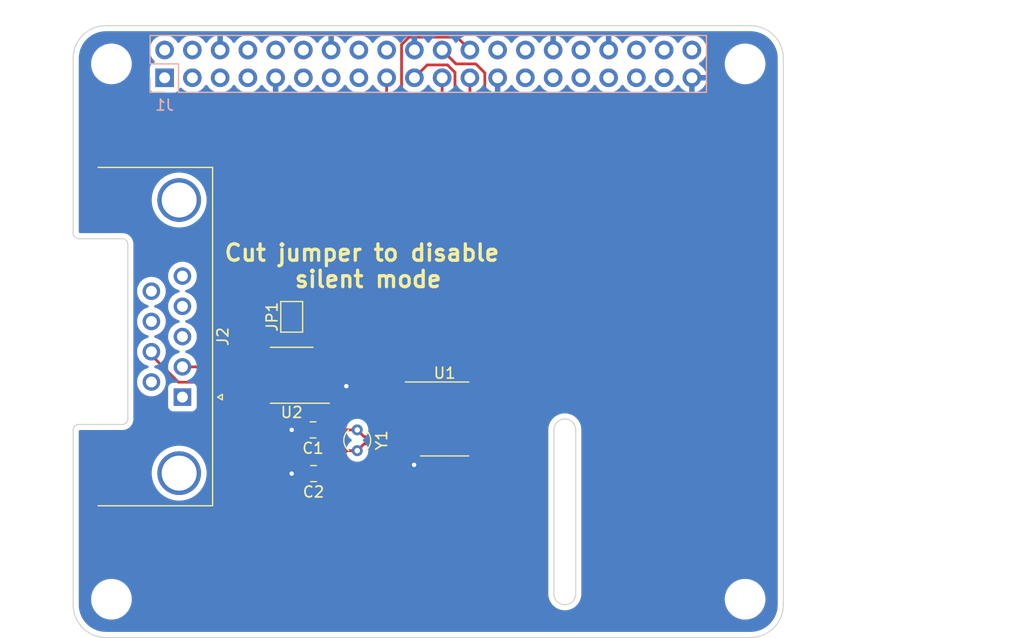
<source format=kicad_pcb>
(kicad_pcb (version 20211014) (generator pcbnew)
  (title_block (date "15 nov 2012"))
  (layers (0 "F.Cu" signal) (31 "B.Cu" signal) (34 "B.Paste" user) (35 "F.Paste" user) (36 "B.SilkS" user "B.Silkscreen") (37 "F.SilkS" user "F.Silkscreen") (38 "B.Mask" user) (39 "F.Mask" user) (44 "Edge.Cuts" user))
  (net 0 "")
  (net 1 "GND")
  (net 2 "/GPIO[2]{slash}SDA1")
  (net 3 "/GPIO[3]{slash}SCL1")
  (net 4 "/GPIO[4]{slash}GPCLK0")
  (net 5 "/GPIO[14]{slash}TXD0")
  (net 6 "/GPIO[15]{slash}RXD0")
  (net 7 "/GPIO[17]")
  (net 8 "/GPIO[18]{slash}PCM.CLK")
  (net 9 "/GPIO[27]")
  (net 10 "/GPIO[22]")
  (net 11 "/GPIO[23]")
  (net 12 "/GPIO[24]")
  (net 13 "/GPIO[10]{slash}SPI0.MOSI")
  (net 14 "/GPIO[9]{slash}SPI0.MISO")
  (net 15 "/GPIO[25]")
  (net 16 "/GPIO[11]{slash}SPI0.SCLK")
  (net 17 "/GPIO[8]{slash}SPI0.CE0")
  (net 18 "/GPIO[7]{slash}SPI0.CE1")
  (net 19 "/ID_SDA")
  (net 20 "/ID_SCL")
  (net 21 "/GPIO[5]")
  (net 22 "/GPIO[6]")
  (net 23 "/GPIO[12]{slash}PWM0")
  (net 24 "/GPIO[13]{slash}PWM1")
  (net 25 "/GPIO[19]{slash}PCM.FS")
  (net 26 "/GPIO[16]")
  (net 27 "/GPIO[26]")
  (net 28 "/GPIO[20]{slash}PCM.DIN")
  (net 29 "/GPIO[21]{slash}PCM.DOUT")
  (net 30 "+5V")
  (net 31 "+3V3")
  (net 32 "/TXCAN")
  (net 33 "/RXCAN")
  (net 36 "Net-(C1-Pad1)")
  (net 37 "Net-(C2-Pad1)")
  (net 40 "/CANL")
  (net 41 "/CANH")
  (net 42 "Net-(JP1-Pad1)")
  (footprint "Package_SO:TSSOP-20_4.4x6.5mm_P0.65mm" (layer "F.Cu") (at 134 80)
    (fp_text reference "U1" (at 0 -4.2) (layer "F.SilkS"))
    (fp_text value "MCP2515-xST")
    (fp_line (start 0 3.385) (end 2.2 3.385) (layer "F.SilkS") (width 0.12))
    (fp_line (start 0 -3.385) (end 2.2 -3.385) (layer "F.SilkS") (width 0.12))
    (fp_line (start 0 3.385) (end -2.2 3.385) (layer "F.SilkS") (width 0.12))
    (fp_line (start 0 -3.385) (end -3.6 -3.385) (layer "F.SilkS") (width 0.12))
    (pad "1" smd roundrect (at -2.8625 -2.925) (size 1.475 0.4) (layers "F.Cu" "F.Paste" "F.Mask") (net 32 "/TXCAN"))
    (pad "2" smd roundrect (at -2.8625 -2.275) (size 1.475 0.4) (layers "F.Cu" "F.Paste" "F.Mask") (net 33 "/RXCAN"))
    (pad "3" smd roundrect (at -2.8625 -1.625) (size 1.475 0.4) (layers "F.Cu" "F.Paste" "F.Mask"))
    (pad "4" smd roundrect (at -2.8625 -0.975) (size 1.475 0.4) (layers "F.Cu" "F.Paste" "F.Mask") (net 31 "+3V3"))
    (pad "5" smd roundrect (at -2.8625 -0.325) (size 1.475 0.4) (layers "F.Cu" "F.Paste" "F.Mask") (net 31 "+3V3"))
    (pad "6" smd roundrect (at -2.8625 0.325) (size 1.475 0.4) (layers "F.Cu" "F.Paste" "F.Mask"))
    (pad "7" smd roundrect (at -2.8625 0.975) (size 1.475 0.4) (layers "F.Cu" "F.Paste" "F.Mask") (net 31 "+3V3"))
    (pad "8" smd roundrect (at -2.8625 1.625) (size 1.475 0.4) (layers "F.Cu" "F.Paste" "F.Mask") (net 36 "Net-(C1-Pad1)"))
    (pad "9" smd roundrect (at -2.8625 2.275) (size 1.475 0.4) (layers "F.Cu" "F.Paste" "F.Mask") (net 37 "Net-(C2-Pad1)"))
    (pad "10" smd roundrect (at -2.8625 2.925) (size 1.475 0.4) (layers "F.Cu" "F.Paste" "F.Mask") (net 1 "GND"))
    (pad "11" smd roundrect (at 2.8625 2.925) (size 1.475 0.4) (layers "F.Cu" "F.Paste" "F.Mask") (net 31 "+3V3"))
    (pad "12" smd roundrect (at 2.8625 2.275) (size 1.475 0.4) (layers "F.Cu" "F.Paste" "F.Mask") (net 31 "+3V3"))
    (pad "13" smd roundrect (at 2.8625 1.625) (size 1.475 0.4) (layers "F.Cu" "F.Paste" "F.Mask") (net 15 "/GPIO[25]"))
    (pad "14" smd roundrect (at 2.8625 0.975) (size 1.475 0.4) (layers "F.Cu" "F.Paste" "F.Mask") (net 16 "/GPIO[11]{slash}SPI0.SCLK"))
    (pad "15" smd roundrect (at 2.8625 0.325) (size 1.475 0.4) (layers "F.Cu" "F.Paste" "F.Mask"))
    (pad "16" smd roundrect (at 2.8625 -0.325) (size 1.475 0.4) (layers "F.Cu" "F.Paste" "F.Mask") (net 13 "/GPIO[10]{slash}SPI0.MOSI"))
    (pad "17" smd roundrect (at 2.8625 -0.975) (size 1.475 0.4) (layers "F.Cu" "F.Paste" "F.Mask") (net 14 "/GPIO[9]{slash}SPI0.MISO"))
    (pad "18" smd roundrect (at 2.8625 -1.625) (size 1.475 0.4) (layers "F.Cu" "F.Paste" "F.Mask") (net 17 "/GPIO[8]{slash}SPI0.CE0"))
    (pad "19" smd roundrect (at 2.8625 -2.275) (size 1.475 0.4) (layers "F.Cu" "F.Paste" "F.Mask") (net 31 "+3V3"))
    (pad "20" smd roundrect (at 2.8625 -2.925) (size 1.475 0.4) (layers "F.Cu" "F.Paste" "F.Mask") (net 31 "+3V3"))
  )
  (footprint "MountingHole:MountingHole_2.7mm_M2.5" (layer "F.Cu") (at 161.5 47.5)
    (fp_text reference "MH2" hide)
    (fp_text value "MountingHole_2.7mm_M2.5" hide)
    (pad "" np_thru_hole circle locked (at 0 0) (size 2.7 2.7) (drill 2.7) (layers *.Cu *.Mask))
  )
  (footprint "Connector_Dsub:DSUB-9_Female_Horizontal_P2.77x2.84mm_EdgePinOffset4.94mm_Housed_MountingHolesOffset7.48mm" (layer "F.Cu") (at 110 78 -90)
    (fp_text reference "J2" (at -5.54 -3.7 90) (layer "F.SilkS"))
    (fp_text value "DB9_Female")
    (fp_line (start 0.25 -3.654338) (end 0 -3.221325) (layer "F.SilkS") (width 0.12))
    (fp_line (start 9.945 -2.76) (end 9.945 7.72) (layer "F.SilkS") (width 0.12))
    (fp_line (start -0.25 -3.654338) (end 0.25 -3.654338) (layer "F.SilkS") (width 0.12))
    (fp_line (start 0 -3.221325) (end -0.25 -3.654338) (layer "F.SilkS") (width 0.12))
    (fp_line (start -21.025 7.72) (end -21.025 -2.76) (layer "F.SilkS") (width 0.12))
    (fp_line (start -21.025 -2.76) (end 9.945 -2.76) (layer "F.SilkS") (width 0.12))
    (pad "0" thru_hole circle (at 6.96 0.3 270) (size 4 4) (drill 3.2) (layers *.Cu *.Mask))
    (pad "0" thru_hole circle (at -18.04 0.3 270) (size 4 4) (drill 3.2) (layers *.Cu *.Mask))
    (pad "1" thru_hole rect (at 0 0 270) (size 1.6 1.6) (drill 1) (layers *.Cu *.Mask))
    (pad "2" thru_hole circle (at -2.77 0 270) (size 1.6 1.6) (drill 1) (layers *.Cu *.Mask) (net 40 "/CANL"))
    (pad "3" thru_hole circle (at -5.54 0 270) (size 1.6 1.6) (drill 1) (layers *.Cu *.Mask))
    (pad "4" thru_hole circle (at -8.31 0 270) (size 1.6 1.6) (drill 1) (layers *.Cu *.Mask))
    (pad "5" thru_hole circle (at -11.08 0 270) (size 1.6 1.6) (drill 1) (layers *.Cu *.Mask))
    (pad "6" thru_hole circle (at -1.385 2.84 270) (size 1.6 1.6) (drill 1) (layers *.Cu *.Mask))
    (pad "7" thru_hole circle (at -4.155 2.84 270) (size 1.6 1.6) (drill 1) (layers *.Cu *.Mask) (net 41 "/CANH"))
    (pad "8" thru_hole circle (at -6.925 2.84 270) (size 1.6 1.6) (drill 1) (layers *.Cu *.Mask))
    (pad "9" thru_hole circle (at -9.695 2.84 270) (size 1.6 1.6) (drill 1) (layers *.Cu *.Mask))
  )
  (footprint "Capacitor_SMD:C_0805_2012Metric" (layer "F.Cu") (at 121.95 81 180)
    (fp_text reference "C1" (at 0 -1.68) (layer "F.SilkS"))
    (fp_text value "22p")
    (fp_line (start -0.261252 0.735) (end 0.261252 0.735) (layer "F.SilkS") (width 0.12))
    (fp_line (start -0.261252 -0.735) (end 0.261252 -0.735) (layer "F.SilkS") (width 0.12))
    (pad "1" smd roundrect (at -0.95 0 180) (size 1 1.45) (layers "F.Cu" "F.Paste" "F.Mask") (net 36 "Net-(C1-Pad1)"))
    (pad "2" smd roundrect (at 0.95 0 180) (size 1 1.45) (layers "F.Cu" "F.Paste" "F.Mask") (net 1 "GND"))
  )
  (footprint "Jumper:SolderJumper-2_P1.3mm_Bridged2Bar_Pad1.0x1.5mm" (layer "F.Cu") (at 120 70.65 90)
    (fp_text reference "JP1" (at 0 -1.8 90) (layer "F.SilkS"))
    (fp_text value "Silent")
    (fp_poly (pts (xy -0.25 -0.6) (xy 0.25 -0.6) (xy 0.25 -0.2) (xy -0.25 -0.2)) (layer "F.Cu") (width 0) (fill solid))
    (fp_poly (pts (xy -0.25 0.2) (xy 0.25 0.2) (xy 0.25 0.6) (xy -0.25 0.6)) (layer "F.Cu") (width 0) (fill solid))
    (fp_line (start 1.4 -1) (end 1.4 1) (layer "F.SilkS") (width 0.12))
    (fp_line (start -1.4 1) (end -1.4 -1) (layer "F.SilkS") (width 0.12))
    (fp_line (start 1.4 1) (end -1.4 1) (layer "F.SilkS") (width 0.12))
    (fp_line (start -1.4 -1) (end 1.4 -1) (layer "F.SilkS") (width 0.12))
    (pad "1" smd rect (at -0.65 0 90) (size 1 1.5) (layers "F.Cu" "F.Mask") (net 42 "Net-(JP1-Pad1)"))
    (pad "2" smd rect (at 0.65 0 90) (size 1 1.5) (layers "F.Cu" "F.Mask") (net 31 "+3V3"))
  )
  (footprint "MountingHole:MountingHole_2.7mm_M2.5" (layer "F.Cu") (at 103.5 96.5)
    (fp_text reference "MH3" hide)
    (fp_text value "MountingHole_2.7mm_M2.5" hide)
    (pad "" np_thru_hole circle locked (at 0 0) (size 2.7 2.7) (drill 2.7) (layers *.Cu *.Mask))
  )
  (footprint "MountingHole:MountingHole_2.7mm_M2.5" (layer "F.Cu") (at 103.5 47.5)
    (fp_text reference "MH1" hide)
    (fp_text value "MountingHole_2.7mm_M2.5" hide)
    (pad "" np_thru_hole circle locked (at 0 0) (size 2.7 2.7) (drill 2.7) (layers *.Cu *.Mask))
  )
  (footprint "Crystal:Crystal_C26-LF_D2.1mm_L6.5mm_Vertical" (layer "F.Cu") (at 126 81 -90)
    (fp_text reference "Y1" (at 0.95 -2.23 90) (layer "F.SilkS"))
    (fp_text value "8MHz")
    (fp_arc (start 0 -0.781281) (mid 0.949655 -1.23) (end 1.899561 -0.781814) (layer "F.SilkS") (width 0.12))
    (fp_arc (start 1.899561 0.781814) (mid 0.949655 1.23) (end 0 0.781281) (layer "F.SilkS") (width 0.12))
    (pad "1" thru_hole circle (at 0 0 270) (size 1 1) (drill 0.5) (layers *.Cu *.Mask) (net 36 "Net-(C1-Pad1)"))
    (pad "2" thru_hole circle (at 1.9 0 270) (size 1 1) (drill 0.5) (layers *.Cu *.Mask) (net 37 "Net-(C2-Pad1)"))
  )
  (footprint "MountingHole:MountingHole_2.7mm_M2.5" (layer "F.Cu") (at 161.5 96.5)
    (fp_text reference "MH4" hide)
    (fp_text value "MountingHole_2.7mm_M2.5" hide)
    (pad "" np_thru_hole circle locked (at 0 0) (size 2.7 2.7) (drill 2.7) (layers *.Cu *.Mask))
  )
  (footprint "Capacitor_SMD:C_0805_2012Metric" (layer "F.Cu") (at 122 85 180)
    (fp_text reference "C2" (at 0 -1.68) (layer "F.SilkS"))
    (fp_text value "22p")
    (fp_line (start -0.261252 -0.735) (end 0.261252 -0.735) (layer "F.SilkS") (width 0.12))
    (fp_line (start -0.261252 0.735) (end 0.261252 0.735) (layer "F.SilkS") (width 0.12))
    (pad "1" smd roundrect (at -0.95 0 180) (size 1 1.45) (layers "F.Cu" "F.Paste" "F.Mask") (net 37 "Net-(C2-Pad1)"))
    (pad "2" smd roundrect (at 0.95 0 180) (size 1 1.45) (layers "F.Cu" "F.Paste" "F.Mask") (net 1 "GND"))
  )
  (footprint "Package_SO:SOIC-8_3.9x4.9mm_P1.27mm" (layer "F.Cu") (at 120 76 180)
    (fp_text reference "U2" (at 0 -3.4) (layer "F.SilkS"))
    (fp_text value "MCP2557FD-xSN")
    (fp_line (start 0 -2.56) (end 1.95 -2.56) (layer "F.SilkS") (width 0.12))
    (fp_line (start 0 -2.56) (end -3.45 -2.56) (layer "F.SilkS") (width 0.12))
    (fp_line (start 0 2.56) (end -1.95 2.56) (layer "F.SilkS") (width 0.12))
    (fp_line (start 0 2.56) (end 1.95 2.56) (layer "F.SilkS") (width 0.12))
    (pad "1" smd roundrect (at -2.475 -1.905 180) (size 1.95 0.6) (layers "F.Cu" "F.Paste" "F.Mask") (net 32 "/TXCAN"))
    (pad "2" smd roundrect (at -2.475 -0.635 180) (size 1.95 0.6) (layers "F.Cu" "F.Paste" "F.Mask") (net 1 "GND"))
    (pad "3" smd roundrect (at -2.475 0.635 180) (size 1.95 0.6) (layers "F.Cu" "F.Paste" "F.Mask") (net 31 "+3V3"))
    (pad "4" smd roundrect (at -2.475 1.905 180) (size 1.95 0.6) (layers "F.Cu" "F.Paste" "F.Mask") (net 33 "/RXCAN"))
    (pad "5" smd roundrect (at 2.475 1.905 180) (size 1.95 0.6) (layers "F.Cu" "F.Paste" "F.Mask"))
    (pad "6" smd roundrect (at 2.475 0.635 180) (size 1.95 0.6) (layers "F.Cu" "F.Paste" "F.Mask") (net 40 "/CANL"))
    (pad "7" smd roundrect (at 2.475 -0.635 180) (size 1.95 0.6) (layers "F.Cu" "F.Paste" "F.Mask") (net 41 "/CANH"))
    (pad "8" smd roundrect (at 2.475 -1.905 180) (size 1.95 0.6) (layers "F.Cu" "F.Paste" "F.Mask") (net 42 "Net-(JP1-Pad1)"))
  )
  (footprint "Connector_PinSocket_2.54mm:PinSocket_2x20_P2.54mm_Vertical" (layer "B.Cu") (at 108.37 48.77 -90)
    (fp_text reference "J1" (at 2.5 0) (layer "B.SilkS") (effects (justify mirror)))
    (fp_text value "GPIO")
    (fp_line (start 1.33 -1.27) (end 1.33 -49.59) (layer "B.SilkS") (width 0.12))
    (fp_line (start -1.27 -1.27) (end 1.33 -1.27) (layer "B.SilkS") (width 0.12))
    (fp_line (start -3.87 1.33) (end -3.87 -49.59) (layer "B.SilkS") (width 0.12))
    (fp_line (start -3.87 -49.59) (end 1.33 -49.59) (layer "B.SilkS") (width 0.12))
    (fp_line (start 0 1.33) (end 1.33 1.33) (layer "B.SilkS") (width 0.12))
    (fp_line (start -3.87 1.33) (end -1.27 1.33) (layer "B.SilkS") (width 0.12))
    (fp_line (start 1.33 1.33) (end 1.33 0) (layer "B.SilkS") (width 0.12))
    (fp_line (start -1.27 1.33) (end -1.27 -1.27) (layer "B.SilkS") (width 0.12))
    (pad "1" thru_hole rect locked (at 0 0 270) (size 1.7 1.7) (drill 1) (layers *.Cu *.Mask) (net 31 "+3V3"))
    (pad "2" thru_hole oval locked (at -2.54 0 270) (size 1.7 1.7) (drill 1) (layers *.Cu *.Mask) (net 30 "+5V"))
    (pad "3" thru_hole oval locked (at 0 -2.54 270) (size 1.7 1.7) (drill 1) (layers *.Cu *.Mask) (net 2 "/GPIO[2]{slash}SDA1"))
    (pad "4" thru_hole oval locked (at -2.54 -2.54 270) (size 1.7 1.7) (drill 1) (layers *.Cu *.Mask) (net 30 "+5V"))
    (pad "5" thru_hole oval locked (at 0 -5.08 270) (size 1.7 1.7) (drill 1) (layers *.Cu *.Mask) (net 3 "/GPIO[3]{slash}SCL1"))
    (pad "6" thru_hole oval locked (at -2.54 -5.08 270) (size 1.7 1.7) (drill 1) (layers *.Cu *.Mask) (net 1 "GND"))
    (pad "7" thru_hole oval locked (at 0 -7.62 270) (size 1.7 1.7) (drill 1) (layers *.Cu *.Mask) (net 4 "/GPIO[4]{slash}GPCLK0"))
    (pad "8" thru_hole oval locked (at -2.54 -7.62 270) (size 1.7 1.7) (drill 1) (layers *.Cu *.Mask) (net 5 "/GPIO[14]{slash}TXD0"))
    (pad "9" thru_hole oval locked (at 0 -10.16 270) (size 1.7 1.7) (drill 1) (layers *.Cu *.Mask) (net 1 "GND"))
    (pad "10" thru_hole oval locked (at -2.54 -10.16 270) (size 1.7 1.7) (drill 1) (layers *.Cu *.Mask) (net 6 "/GPIO[15]{slash}RXD0"))
    (pad "11" thru_hole oval locked (at 0 -12.7 270) (size 1.7 1.7) (drill 1) (layers *.Cu *.Mask) (net 7 "/GPIO[17]"))
    (pad "12" thru_hole oval locked (at -2.54 -12.7 270) (size 1.7 1.7) (drill 1) (layers *.Cu *.Mask) (net 8 "/GPIO[18]{slash}PCM.CLK"))
    (pad "13" thru_hole oval locked (at 0 -15.24 270) (size 1.7 1.7) (drill 1) (layers *.Cu *.Mask) (net 9 "/GPIO[27]"))
    (pad "14" thru_hole oval locked (at -2.54 -15.24 270) (size 1.7 1.7) (drill 1) (layers *.Cu *.Mask) (net 1 "GND"))
    (pad "15" thru_hole oval locked (at 0 -17.78 270) (size 1.7 1.7) (drill 1) (layers *.Cu *.Mask) (net 10 "/GPIO[22]"))
    (pad "16" thru_hole oval locked (at -2.54 -17.78 270) (size 1.7 1.7) (drill 1) (layers *.Cu *.Mask) (net 11 "/GPIO[23]"))
    (pad "17" thru_hole oval locked (at 0 -20.32 270) (size 1.7 1.7) (drill 1) (layers *.Cu *.Mask) (net 31 "+3V3"))
    (pad "18" thru_hole oval locked (at -2.54 -20.32 270) (size 1.7 1.7) (drill 1) (layers *.Cu *.Mask) (net 12 "/GPIO[24]"))
    (pad "19" thru_hole oval locked (at 0 -22.86 270) (size 1.7 1.7) (drill 1) (layers *.Cu *.Mask) (net 13 "/GPIO[10]{slash}SPI0.MOSI"))
    (pad "20" thru_hole oval locked (at -2.54 -22.86 270) (size 1.7 1.7) (drill 1) (layers *.Cu *.Mask) (net 1 "GND"))
    (pad "21" thru_hole oval locked (at 0 -25.4 270) (size 1.7 1.7) (drill 1) (layers *.Cu *.Mask) (net 14 "/GPIO[9]{slash}SPI0.MISO"))
    (pad "22" thru_hole oval locked (at -2.54 -25.4 270) (size 1.7 1.7) (drill 1) (layers *.Cu *.Mask) (net 15 "/GPIO[25]"))
    (pad "23" thru_hole oval locked (at 0 -27.94 270) (size 1.7 1.7) (drill 1) (layers *.Cu *.Mask) (net 16 "/GPIO[11]{slash}SPI0.SCLK"))
    (pad "24" thru_hole oval locked (at -2.54 -27.94 270) (size 1.7 1.7) (drill 1) (layers *.Cu *.Mask) (net 17 "/GPIO[8]{slash}SPI0.CE0"))
    (pad "25" thru_hole oval locked (at 0 -30.48 270) (size 1.7 1.7) (drill 1) (layers *.Cu *.Mask) (net 1 "GND"))
    (pad "26" thru_hole oval locked (at -2.54 -30.48 270) (size 1.7 1.7) (drill 1) (layers *.Cu *.Mask) (net 18 "/GPIO[7]{slash}SPI0.CE1"))
    (pad "27" thru_hole oval locked (at 0 -33.02 270) (size 1.7 1.7) (drill 1) (layers *.Cu *.Mask) (net 19 "/ID_SDA"))
    (pad "28" thru_hole oval locked (at -2.54 -33.02 270) (size 1.7 1.7) (drill 1) (layers *.Cu *.Mask) (net 20 "/ID_SCL"))
    (pad "29" thru_hole oval locked (at 0 -35.56 270) (size 1.7 1.7) (drill 1) (layers *.Cu *.Mask) (net 21 "/GPIO[5]"))
    (pad "30" thru_hole oval locked (at -2.54 -35.56 270) (size 1.7 1.7) (drill 1) (layers *.Cu *.Mask) (net 1 "GND"))
    (pad "31" thru_hole oval locked (at 0 -38.1 270) (size 1.7 1.7) (drill 1) (layers *.Cu *.Mask) (net 22 "/GPIO[6]"))
    (pad "32" thru_hole oval locked (at -2.54 -38.1 270) (size 1.7 1.7) (drill 1) (layers *.Cu *.Mask) (net 23 "/GPIO[12]{slash}PWM0"))
    (pad "33" thru_hole oval locked (at 0 -40.64 270) (size 1.7 1.7) (drill 1) (layers *.Cu *.Mask) (net 24 "/GPIO[13]{slash}PWM1"))
    (pad "34" thru_hole oval locked (at -2.54 -40.64 270) (size 1.7 1.7) (drill 1) (layers *.Cu *.Mask) (net 1 "GND"))
    (pad "35" thru_hole oval locked (at 0 -43.18 270) (size 1.7 1.7) (drill 1) (layers *.Cu *.Mask) (net 25 "/GPIO[19]{slash}PCM.FS"))
    (pad "36" thru_hole oval locked (at -2.54 -43.18 270) (size 1.7 1.7) (drill 1) (layers *.Cu *.Mask) (net 26 "/GPIO[16]"))
    (pad "37" thru_hole oval locked (at 0 -45.72 270) (size 1.7 1.7) (drill 1) (layers *.Cu *.Mask) (net 27 "/GPIO[26]"))
    (pad "38" thru_hole oval locked (at -2.54 -45.72 270) (size 1.7 1.7) (drill 1) (layers *.Cu *.Mask) (net 28 "/GPIO[20]{slash}PCM.DIN"))
    (pad "39" thru_hole oval locked (at 0 -48.26 270) (size 1.7 1.7) (drill 1) (layers *.Cu *.Mask) (net 1 "GND"))
    (pad "40" thru_hole oval locked (at -2.54 -48.26 270) (size 1.7 1.7) (drill 1) (layers *.Cu *.Mask) (net 29 "/GPIO[21]{slash}PCM.DOUT"))
  )
  (gr_arc (start 100.5 63.5) (mid 100.146447 63.353553) (end 100 63) (layer "Edge.Cuts") (width 0.1))
  (gr_arc (start 162 44) (mid 164.12132 44.87868) (end 165 47) (layer "Edge.Cuts") (width 0.1))
  (gr_line (start 165 97) (end 165 47) (layer "Edge.Cuts") (width 0.1))
  (gr_line (start 100 47) (end 100 63) (layer "Edge.Cuts") (width 0.1))
  (gr_line (start 146 81) (end 146 96) (layer "Edge.Cuts") (width 0.1))
  (gr_line (start 144 96) (end 144 81) (layer "Edge.Cuts") (width 0.1))
  (gr_arc (start 103 100) (mid 100.87868 99.12132) (end 100 97) (layer "Edge.Cuts") (width 0.1))
  (gr_line (start 103 100) (end 162 100) (layer "Edge.Cuts") (width 0.1))
  (gr_line (start 104.5 80.5) (end 100.5 80.5) (layer "Edge.Cuts") (width 0.1))
  (gr_arc (start 144 81) (mid 145 80) (end 146 81) (layer "Edge.Cuts") (width 0.1))
  (gr_arc (start 100 81) (mid 100.146138 80.646755) (end 100.499127 80.500001) (layer "Edge.Cuts") (width 0.1))
  (gr_arc (start 165 97) (mid 164.12132 99.12132) (end 162 100) (layer "Edge.Cuts") (width 0.1))
  (gr_line (start 105 64) (end 105 80) (layer "Edge.Cuts") (width 0.1))
  (gr_arc (start 100 47) (mid 100.87868 44.87868) (end 103 44) (layer "Edge.Cuts") (width 0.1))
  (gr_arc (start 146 96) (mid 145 97) (end 144 96) (layer "Edge.Cuts") (width 0.1))
  (gr_line (start 100 81) (end 100 97) (layer "Edge.Cuts") (width 0.1))
  (gr_line (start 100.5 63.5) (end 104.5 63.5) (layer "Edge.Cuts") (width 0.1))
  (gr_arc (start 105 80) (mid 104.853553 80.353553) (end 104.5 80.5) (layer "Edge.Cuts") (width 0.1))
  (gr_arc (start 104.5 63.5) (mid 104.853553 63.646447) (end 105 64) (layer "Edge.Cuts") (width 0.1))
  (gr_line (start 162 44) (end 103 44) (layer "Edge.Cuts") (width 0.1))
  (gr_text "Cut jumper to disable \nsilent mode" (at 127 66) (layer "F.SilkS") (effects (font (size 1.5 1.5) (thickness 0.3))))
  (segment (start 121.05 85) (end 120 85) (width 0.25) (layer "F.Cu") (net 1))
  (segment (start 122.475 76.635) (end 124.635 76.635) (width 0.25) (layer "F.Cu") (net 1))
  (segment (start 131.1375 84.1375) (end 131.2 84.2) (width 0.25) (layer "F.Cu") (net 1))
  (segment (start 124.635 76.635) (end 125 77) (width 0.25) (layer "F.Cu") (net 1))
  (segment (start 121 81) (end 120 81) (width 0.25) (layer "F.Cu") (net 1))
  (segment (start 131.1375 82.925) (end 131.1375 84.1375) (width 0.25) (layer "F.Cu") (net 1))
  (via (at 131.2 84.2) (size 0.8) (drill 0.4) (layers "F.Cu" "B.Cu") (net 1))
  (via (at 120 85) (size 0.8) (drill 0.4) (layers "F.Cu" "B.Cu") (net 1))
  (via (at 125 77) (size 0.8) (drill 0.4) (layers "F.Cu" "B.Cu") (net 1))
  (via (at 120 81) (size 0.8) (drill 0.4) (layers "F.Cu" "B.Cu") (net 1))
  (segment (start 132.405 47.595) (end 131.23 48.77) (width 0.25) (layer "F.Cu") (net 13))
  (segment (start 139.7 77.526041) (end 139.7 60.6) (width 0.25) (layer "F.Cu") (net 13))
  (segment (start 134.945 55.845) (end 134.945 48.283299) (width 0.25) (layer "F.Cu") (net 13))
  (segment (start 134.256701 47.595) (end 132.405 47.595) (width 0.25) (layer "F.Cu") (net 13))
  (segment (start 139.7 60.6) (end 134.945 55.845) (width 0.25) (layer "F.Cu") (net 13))
  (segment (start 134.945 48.283299) (end 134.256701 47.595) (width 0.25) (layer "F.Cu") (net 13))
  (segment (start 136.8625 79.675) (end 137.551041 79.675) (width 0.25) (layer "F.Cu") (net 13))
  (segment (start 137.551041 79.675) (end 139.7 77.526041) (width 0.25) (layer "F.Cu") (net 13))
  (segment (start 136.8625 79.025) (end 137.551041 79.025) (width 0.25) (layer "F.Cu") (net 14))
  (segment (start 139.2 77.376041) (end 139.2 60.8) (width 0.25) (layer "F.Cu") (net 14))
  (segment (start 139.2 60.8) (end 133.77 55.37) (width 0.25) (layer "F.Cu") (net 14))
  (segment (start 137.551041 79.025) (end 139.2 77.376041) (width 0.25) (layer "F.Cu") (net 14))
  (segment (start 133.77 55.37) (end 133.77 48.77) (width 0.25) (layer "F.Cu") (net 14))
  (segment (start 137.675 48.325) (end 136.85 47.5) (width 0.25) (layer "F.Cu") (net 15))
  (segment (start 136.8625 81.625) (end 137.551041 81.625) (width 0.25) (layer "F.Cu") (net 15))
  (segment (start 140.6 60.227208) (end 137.675 57.302208) (width 0.25) (layer "F.Cu") (net 15))
  (segment (start 136.85 47.5) (end 135.04 47.5) (width 0.25) (layer "F.Cu") (net 15))
  (segment (start 135.04 47.5) (end 133.77 46.23) (width 0.25) (layer "F.Cu") (net 15))
  (segment (start 140.6 78.576041) (end 140.6 60.227208) (width 0.25) (layer "F.Cu") (net 15))
  (segment (start 137.551041 81.625) (end 140.6 78.576041) (width 0.25) (layer "F.Cu") (net 15))
  (segment (start 137.675 57.302208) (end 137.675 48.325) (width 0.25) (layer "F.Cu") (net 15))
  (segment (start 140.15 60.413604) (end 136.31 56.573604) (width 0.25) (layer "F.Cu") (net 16))
  (segment (start 136.8625 80.975) (end 137.551041 80.975) (width 0.25) (layer "F.Cu") (net 16))
  (segment (start 140.15 78.376041) (end 140.15 60.413604) (width 0.25) (layer "F.Cu") (net 16))
  (segment (start 136.31 56.573604) (end 136.31 48.77) (width 0.25) (layer "F.Cu") (net 16))
  (segment (start 137.551041 80.975) (end 140.15 78.376041) (width 0.25) (layer "F.Cu") (net 16))
  (segment (start 130.055 52.291396) (end 130.055 45.743299) (width 0.25) (layer "F.Cu") (net 17))
  (segment (start 137.551041 78.375) (end 138.7 77.226041) (width 0.25) (layer "F.Cu") (net 17))
  (segment (start 130.743299 45.055) (end 135.135 45.055) (width 0.25) (layer "F.Cu") (net 17))
  (segment (start 130.055 45.743299) (end 130.743299 45.055) (width 0.25) (layer "F.Cu") (net 17))
  (segment (start 138.7 60.936396) (end 130.055 52.291396) (width 0.25) (layer "F.Cu") (net 17))
  (segment (start 135.135 45.055) (end 136.31 46.23) (width 0.25) (layer "F.Cu") (net 17))
  (segment (start 136.8625 78.375) (end 137.551041 78.375) (width 0.25) (layer "F.Cu") (net 17))
  (segment (start 138.7 77.226041) (end 138.7 60.936396) (width 0.25) (layer "F.Cu") (net 17))
  (segment (start 120 70) (end 128.38 70) (width 0.25) (layer "F.Cu") (net 31))
  (segment (start 125.635 75.365) (end 128.69 72.31) (width 0.25) (layer "F.Cu") (net 31))
  (segment (start 136.8625 77.075) (end 135.775 77.075) (width 0.25) (layer "F.Cu") (net 31))
  (segment (start 136.075 82.275) (end 136.8625 82.275) (width 0.25) (layer "F.Cu") (net 31))
  (segment (start 131.826041 80.975) (end 132.425521 80.37552) (width 0.25) (layer "F.Cu") (net 31))
  (segment (start 132.425521 78.425521) (end 133.5 77.351041) (width 0.25) (layer "F.Cu") (net 31))
  (segment (start 131.826041 79.025) (end 132.425521 78.425521) (width 0.25) (layer "F.Cu") (net 31))
  (segment (start 131.1375 79.675) (end 131.1375 79.025) (width 0.25) (layer "F.Cu") (net 31))
  (segment (start 135.775 77.075) (end 133.455 77.075) (width 0.25) (layer "F.Cu") (net 31))
  (segment (start 122.475 75.365) (end 125.635 75.365) (width 0.25) (layer "F.Cu") (net 31))
  (segment (start 132.425521 80.37552) (end 132.425521 78.425521) (width 0.25) (layer "F.Cu") (net 31))
  (segment (start 135.775 77.075) (end 135.775 81.975) (width 0.25) (layer "F.Cu") (net 31))
  (segment (start 135.775 81.975) (end 136.075 82.275) (width 0.25) (layer "F.Cu") (net 31))
  (segment (start 136.8625 82.275) (end 136.8625 82.925) (width 0.25) (layer "F.Cu") (net 31))
  (segment (start 133.455 77.075) (end 128.69 72.31) (width 0.25) (layer "F.Cu") (net 31))
  (segment (start 136.8625 77.075) (end 136.8625 77.725) (width 0.25) (layer "F.Cu") (net 31))
  (segment (start 128.69 69.69) (end 128.69 48.77) (width 0.25) (layer "F.Cu") (net 31))
  (segment (start 133.5 77.351041) (end 133.5 77.1) (width 0.25) (layer "F.Cu") (net 31))
  (segment (start 128.38 70) (end 128.69 69.69) (width 0.25) (layer "F.Cu") (net 31))
  (segment (start 131.1375 79.025) (end 131.826041 79.025) (width 0.25) (layer "F.Cu") (net 31))
  (segment (start 128.69 72.31) (end 128.69 69.69) (width 0.25) (layer "F.Cu") (net 31))
  (segment (start 131.1375 80.975) (end 131.826041 80.975) (width 0.25) (layer "F.Cu") (net 31))
  (segment (start 131.0625 77) (end 131.1375 77.075) (width 0.25) (layer "F.Cu") (net 32))
  (segment (start 122.475 77.905) (end 126.095 77.905) (width 0.25) (layer "F.Cu") (net 32))
  (segment (start 126.095 77.905) (end 127 77) (width 0.25) (layer "F.Cu") (net 32))
  (segment (start 127 77) (end 131.0625 77) (width 0.25) (layer "F.Cu") (net 32))
  (segment (start 122.09825 74.095) (end 121.175 75.018249) (width 0.25) (layer "F.Cu") (net 33))
  (segment (start 122.475 74.095) (end 122.09825 74.095) (width 0.25) (layer "F.Cu") (net 33))
  (segment (start 121.175 78.251751) (end 121.453249 78.53) (width 0.25) (layer "F.Cu") (net 33))
  (segment (start 129.275 77.725) (end 131.1375 77.725) (width 0.25) (layer "F.Cu") (net 33))
  (segment (start 121.175 75.018249) (end 121.175 78.251751) (width 0.25) (layer "F.Cu") (net 33))
  (segment (start 121.453249 78.53) (end 128.47 78.53) (width 0.25) (layer "F.Cu") (net 33))
  (segment (start 128.47 78.53) (end 129.275 77.725) (width 0.25) (layer "F.Cu") (net 33))
  (segment (start 126.625 81.625) (end 126 81) (width 0.25) (layer "F.Cu") (net 36))
  (segment (start 126 81) (end 122.9 81) (width 0.25) (layer "F.Cu") (net 36))
  (segment (start 131.1375 81.625) (end 126.625 81.625) (width 0.25) (layer "F.Cu") (net 36))
  (segment (start 126.625 82.275) (end 126 82.9) (width 0.25) (layer "F.Cu") (net 37))
  (segment (start 125.05 82.9) (end 122.95 85) (width 0.25) (layer "F.Cu") (net 37))
  (segment (start 131.1375 82.275) (end 126.625 82.275) (width 0.25) (layer "F.Cu") (net 37))
  (segment (start 126 82.9) (end 125.05 82.9) (width 0.25) (layer "F.Cu") (net 37))
  (segment (start 110 75.23) (end 117.39 75.23) (width 0.25) (layer "F.Cu") (net 40))
  (segment (start 117.39 75.23) (end 117.525 75.365) (width 0.25) (layer "F.Cu") (net 40))
  (segment (start 117.525 76.635) (end 109.635 76.635) (width 0.25) (layer "F.Cu") (net 41))
  (segment (start 109.635 76.635) (end 107.16 74.16) (width 0.25) (layer "F.Cu") (net 41))
  (segment (start 107.16 74.16) (end 107.16 73.845) (width 0.25) (layer "F.Cu") (net 41))
  (segment (start 118.095 77.905) (end 120 76) (width 0.25) (layer "F.Cu") (net 42))
  (segment (start 117.525 77.905) (end 118.095 77.905) (width 0.25) (layer "F.Cu") (net 42))
  (segment (start 120 76) (end 120 71.3) (width 0.25) (layer "F.Cu") (net 42))
  (zone (net 1) (net_name "GND") (layer "B.Cu") (connect_pads (clearance 0.508)) (min_thickness 0.254) (fill yes (thermal_gap 0.508) (thermal_bridge_width 0.508))
    (polygon (pts (xy 165 100) (xy 100 100) (xy 100 43) (xy 165 43)))
  )
)
</source>
